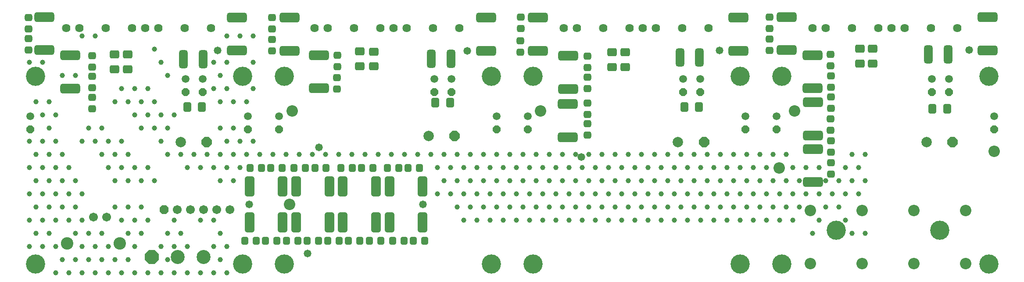
<source format=gts>
G04*
G04 #@! TF.GenerationSoftware,Altium Limited,Altium Designer,21.6.4 (81)*
G04*
G04 Layer_Color=8388736*
%FSLAX44Y44*%
%MOMM*%
G71*
G04*
G04 #@! TF.SameCoordinates,43C67DF6-979F-4C5B-9B03-454D23029C34*
G04*
G04*
G04 #@! TF.FilePolarity,Negative*
G04*
G01*
G75*
G04:AMPARAMS|DCode=15|XSize=3.9032mm|YSize=1.9032mm|CornerRadius=0.5266mm|HoleSize=0mm|Usage=FLASHONLY|Rotation=90.000|XOffset=0mm|YOffset=0mm|HoleType=Round|Shape=RoundedRectangle|*
%AMROUNDEDRECTD15*
21,1,3.9032,0.8500,0,0,90.0*
21,1,2.8500,1.9032,0,0,90.0*
1,1,1.0532,0.4250,1.4250*
1,1,1.0532,0.4250,-1.4250*
1,1,1.0532,-0.4250,-1.4250*
1,1,1.0532,-0.4250,1.4250*
%
%ADD15ROUNDEDRECTD15*%
G04:AMPARAMS|DCode=16|XSize=1.4032mm|YSize=1.5032mm|CornerRadius=0.4016mm|HoleSize=0mm|Usage=FLASHONLY|Rotation=90.000|XOffset=0mm|YOffset=0mm|HoleType=Round|Shape=RoundedRectangle|*
%AMROUNDEDRECTD16*
21,1,1.4032,0.7000,0,0,90.0*
21,1,0.6000,1.5032,0,0,90.0*
1,1,0.8032,0.3500,0.3000*
1,1,0.8032,0.3500,-0.3000*
1,1,0.8032,-0.3500,-0.3000*
1,1,0.8032,-0.3500,0.3000*
%
%ADD16ROUNDEDRECTD16*%
G04:AMPARAMS|DCode=17|XSize=3.5032mm|YSize=1.7032mm|CornerRadius=0.4766mm|HoleSize=0mm|Usage=FLASHONLY|Rotation=90.000|XOffset=0mm|YOffset=0mm|HoleType=Round|Shape=RoundedRectangle|*
%AMROUNDEDRECTD17*
21,1,3.5032,0.7500,0,0,90.0*
21,1,2.5500,1.7032,0,0,90.0*
1,1,0.9532,0.3750,1.2750*
1,1,0.9532,0.3750,-1.2750*
1,1,0.9532,-0.3750,-1.2750*
1,1,0.9532,-0.3750,1.2750*
%
%ADD17ROUNDEDRECTD17*%
G04:AMPARAMS|DCode=18|XSize=1.4032mm|YSize=1.5032mm|CornerRadius=0.4016mm|HoleSize=0mm|Usage=FLASHONLY|Rotation=180.000|XOffset=0mm|YOffset=0mm|HoleType=Round|Shape=RoundedRectangle|*
%AMROUNDEDRECTD18*
21,1,1.4032,0.7000,0,0,180.0*
21,1,0.6000,1.5032,0,0,180.0*
1,1,0.8032,-0.3000,0.3500*
1,1,0.8032,0.3000,0.3500*
1,1,0.8032,0.3000,-0.3500*
1,1,0.8032,-0.3000,-0.3500*
%
%ADD18ROUNDEDRECTD18*%
G04:AMPARAMS|DCode=19|XSize=3.9032mm|YSize=1.9032mm|CornerRadius=0.5266mm|HoleSize=0mm|Usage=FLASHONLY|Rotation=180.000|XOffset=0mm|YOffset=0mm|HoleType=Round|Shape=RoundedRectangle|*
%AMROUNDEDRECTD19*
21,1,3.9032,0.8500,0,0,180.0*
21,1,2.8500,1.9032,0,0,180.0*
1,1,1.0532,-1.4250,0.4250*
1,1,1.0532,1.4250,0.4250*
1,1,1.0532,1.4250,-0.4250*
1,1,1.0532,-1.4250,-0.4250*
%
%ADD19ROUNDEDRECTD19*%
G04:AMPARAMS|DCode=20|XSize=1.9032mm|YSize=1.6032mm|CornerRadius=0.4516mm|HoleSize=0mm|Usage=FLASHONLY|Rotation=180.000|XOffset=0mm|YOffset=0mm|HoleType=Round|Shape=RoundedRectangle|*
%AMROUNDEDRECTD20*
21,1,1.9032,0.7000,0,0,180.0*
21,1,1.0000,1.6032,0,0,180.0*
1,1,0.9032,-0.5000,0.3500*
1,1,0.9032,0.5000,0.3500*
1,1,0.9032,0.5000,-0.3500*
1,1,0.9032,-0.5000,-0.3500*
%
%ADD20ROUNDEDRECTD20*%
G04:AMPARAMS|DCode=21|XSize=1.9032mm|YSize=1.6032mm|CornerRadius=0.4516mm|HoleSize=0mm|Usage=FLASHONLY|Rotation=90.000|XOffset=0mm|YOffset=0mm|HoleType=Round|Shape=RoundedRectangle|*
%AMROUNDEDRECTD21*
21,1,1.9032,0.7000,0,0,90.0*
21,1,1.0000,1.6032,0,0,90.0*
1,1,0.9032,0.3500,0.5000*
1,1,0.9032,0.3500,-0.5000*
1,1,0.9032,-0.3500,-0.5000*
1,1,0.9032,-0.3500,0.5000*
%
%ADD21ROUNDEDRECTD21*%
%ADD22C,1.6256*%
%ADD23C,2.2032*%
%ADD24P,2.1683X8X202.5*%
%ADD25C,2.0032*%
%ADD26C,1.7032*%
%ADD27P,1.8435X8X202.5*%
%ADD28C,2.4032*%
%ADD29P,1.6271X8X292.5*%
%ADD30C,1.5032*%
%ADD31C,3.7032*%
%ADD32P,2.9259X8X22.5*%
%ADD33C,2.7032*%
%ADD34C,1.0032*%
%ADD35C,1.4732*%
D15*
X448000Y-345000D02*
D03*
X512000D02*
D03*
X628000Y-415000D02*
D03*
X692000D02*
D03*
X538000D02*
D03*
X602000D02*
D03*
X718000D02*
D03*
X782000D02*
D03*
Y-345000D02*
D03*
X718000D02*
D03*
X538000D02*
D03*
X602000D02*
D03*
X512000Y-415000D02*
D03*
X448000D02*
D03*
X628000Y-345000D02*
D03*
X692000D02*
D03*
D16*
X144526Y-154510D02*
D03*
Y-132510D02*
D03*
X144272Y-92632D02*
D03*
Y-114632D02*
D03*
X144526Y-194974D02*
D03*
Y-172974D02*
D03*
X1100000Y-206000D02*
D03*
Y-184000D02*
D03*
Y-246000D02*
D03*
Y-224000D02*
D03*
X1569974Y-321212D02*
D03*
Y-299212D02*
D03*
X1569720Y-279478D02*
D03*
Y-257478D02*
D03*
X1569466Y-236884D02*
D03*
Y-214884D02*
D03*
X1569974Y-194896D02*
D03*
Y-172896D02*
D03*
X1569720Y-153748D02*
D03*
Y-131748D02*
D03*
X1569466Y-112600D02*
D03*
Y-90600D02*
D03*
X1451610Y-82882D02*
D03*
Y-60882D02*
D03*
X1451356Y-40718D02*
D03*
Y-18718D02*
D03*
X1100000Y-156000D02*
D03*
Y-134000D02*
D03*
Y-116000D02*
D03*
Y-94000D02*
D03*
X971042Y-86438D02*
D03*
Y-64438D02*
D03*
X971550Y-40718D02*
D03*
Y-18718D02*
D03*
X616458Y-157050D02*
D03*
Y-135050D02*
D03*
X617728Y-114456D02*
D03*
Y-92456D02*
D03*
X491744Y-83390D02*
D03*
Y-61390D02*
D03*
Y-41558D02*
D03*
Y-19558D02*
D03*
X21664Y-82114D02*
D03*
Y-60114D02*
D03*
X21918Y-41220D02*
D03*
Y-19220D02*
D03*
D17*
X358344Y-100076D02*
D03*
X320344D02*
D03*
X1757934Y-90678D02*
D03*
X1795934D02*
D03*
X798626Y-98806D02*
D03*
X836626D02*
D03*
X1278432Y-96266D02*
D03*
X1316432D02*
D03*
D18*
X541000Y-450000D02*
D03*
X519000D02*
D03*
X501000D02*
D03*
X479000D02*
D03*
X461000D02*
D03*
X439000D02*
D03*
X511000Y-310000D02*
D03*
X489000D02*
D03*
X471000D02*
D03*
X449000D02*
D03*
X621000Y-450000D02*
D03*
X599000D02*
D03*
X701000D02*
D03*
X679000D02*
D03*
X661000D02*
D03*
X639000D02*
D03*
X581000D02*
D03*
X559000D02*
D03*
X776000Y-310000D02*
D03*
X754000D02*
D03*
X746000Y-450000D02*
D03*
X724000D02*
D03*
X786000D02*
D03*
X764000D02*
D03*
X736000Y-310000D02*
D03*
X714000D02*
D03*
X556000D02*
D03*
X534000D02*
D03*
X596000D02*
D03*
X574000D02*
D03*
X646000D02*
D03*
X624000D02*
D03*
X664000D02*
D03*
X686000D02*
D03*
D19*
X1535000Y-183000D02*
D03*
Y-247000D02*
D03*
Y-273000D02*
D03*
Y-337000D02*
D03*
X102108Y-92206D02*
D03*
Y-156206D02*
D03*
X52070Y-18034D02*
D03*
Y-82034D02*
D03*
X423926Y-83058D02*
D03*
Y-19058D02*
D03*
X1872488Y-82796D02*
D03*
Y-18796D02*
D03*
X1534922Y-155948D02*
D03*
Y-91948D02*
D03*
X1484376Y-82288D02*
D03*
Y-18288D02*
D03*
X525272Y-83566D02*
D03*
Y-19566D02*
D03*
X904240Y-83566D02*
D03*
Y-19566D02*
D03*
X1062374Y-250186D02*
D03*
Y-186186D02*
D03*
X1062736Y-156964D02*
D03*
Y-92964D02*
D03*
X1391158Y-83308D02*
D03*
Y-19308D02*
D03*
X1004570Y-83308D02*
D03*
Y-19308D02*
D03*
X582168Y-155694D02*
D03*
Y-91694D02*
D03*
D20*
X1650746Y-107976D02*
D03*
Y-79476D02*
D03*
X1625600D02*
D03*
Y-107976D02*
D03*
X212852Y-90652D02*
D03*
Y-119152D02*
D03*
X661162Y-84836D02*
D03*
Y-113336D02*
D03*
X687578Y-113564D02*
D03*
Y-85064D02*
D03*
X187706Y-90398D02*
D03*
Y-118898D02*
D03*
X1173226Y-114580D02*
D03*
Y-86080D02*
D03*
X1147826D02*
D03*
Y-114580D02*
D03*
D21*
X1794250Y-195000D02*
D03*
X1765750D02*
D03*
X835178Y-183896D02*
D03*
X806678D02*
D03*
X356134Y-192278D02*
D03*
X327634D02*
D03*
X1315492Y-192024D02*
D03*
X1286992D02*
D03*
D22*
X1814068Y-39878D02*
D03*
X1763268D02*
D03*
X1712468D02*
D03*
X1687068D02*
D03*
X1661668D02*
D03*
X1610868D02*
D03*
X1560068D02*
D03*
X1534668D02*
D03*
X1333500D02*
D03*
X1282700D02*
D03*
X1231900D02*
D03*
X1206500D02*
D03*
X1181100D02*
D03*
X1130300D02*
D03*
X1079500D02*
D03*
X1054100D02*
D03*
X373888D02*
D03*
X323088D02*
D03*
X272288D02*
D03*
X246888D02*
D03*
X221488D02*
D03*
X170688D02*
D03*
X119888D02*
D03*
X94488D02*
D03*
X573786D02*
D03*
X599186D02*
D03*
X649986D02*
D03*
X700786D02*
D03*
X726186D02*
D03*
X751586D02*
D03*
X802386D02*
D03*
X853186D02*
D03*
D23*
X1470000Y-310000D02*
D03*
X1500000Y-200000D02*
D03*
X1885000Y-277500D02*
D03*
X1010000Y-200000D02*
D03*
X530000D02*
D03*
X1830000Y-392000D02*
D03*
X1730000D02*
D03*
X1830000Y-494000D02*
D03*
X1730000D02*
D03*
X1630000Y-392000D02*
D03*
X1530000D02*
D03*
X1630000Y-494000D02*
D03*
X1530000D02*
D03*
X525000Y-380000D02*
D03*
D24*
X1325000Y-260000D02*
D03*
X1805000D02*
D03*
X843896Y-247650D02*
D03*
X365000Y-260000D02*
D03*
D25*
X1275000D02*
D03*
X1755000D02*
D03*
X793896Y-247650D02*
D03*
X315000Y-260000D02*
D03*
D26*
X410210Y-390398D02*
D03*
X384810D02*
D03*
X359410D02*
D03*
X334010D02*
D03*
X308610D02*
D03*
X146700Y-404200D02*
D03*
X172100D02*
D03*
D27*
X283210Y-390398D02*
D03*
D28*
X95900Y-455000D02*
D03*
X197500D02*
D03*
D29*
X1465000Y-235400D02*
D03*
X1765000Y-162900D02*
D03*
X1797500D02*
D03*
X1885000Y-235400D02*
D03*
X985000Y-235400D02*
D03*
X1285000Y-162900D02*
D03*
X1317500D02*
D03*
X1405000Y-235400D02*
D03*
X505000D02*
D03*
X805000Y-162900D02*
D03*
X837500D02*
D03*
X925000Y-235400D02*
D03*
X325000Y-162900D02*
D03*
X357500Y-162900D02*
D03*
X445000Y-235400D02*
D03*
X25000D02*
D03*
D30*
X1465000Y-210000D02*
D03*
X1765000Y-137500D02*
D03*
X1797500D02*
D03*
X1885000Y-210000D02*
D03*
X985000Y-210000D02*
D03*
X1285000Y-137500D02*
D03*
X1317500D02*
D03*
X1405000Y-210000D02*
D03*
X505000D02*
D03*
X805000Y-137500D02*
D03*
X837500D02*
D03*
X925000Y-210000D02*
D03*
X325000Y-137500D02*
D03*
X357500Y-137500D02*
D03*
X445000Y-210000D02*
D03*
X25000D02*
D03*
D31*
X1780000Y-430000D02*
D03*
X1580000D02*
D03*
X1875000Y-132500D02*
D03*
X1475000D02*
D03*
X1395000Y-132500D02*
D03*
X995000D02*
D03*
X915000D02*
D03*
X515000D02*
D03*
X435000Y-132500D02*
D03*
X1875000Y-495000D02*
D03*
X435000D02*
D03*
X1475000Y-495000D02*
D03*
X515000Y-495000D02*
D03*
X915000D02*
D03*
X35000D02*
D03*
X1395000D02*
D03*
X995000D02*
D03*
X35000Y-132500D02*
D03*
D32*
X259753Y-481457D02*
D03*
D33*
X309753D02*
D03*
X359753D02*
D03*
D34*
X1636100Y-283200D02*
D03*
X1623400Y-308600D02*
D03*
X1636100Y-334000D02*
D03*
X1623400Y-359400D02*
D03*
X1636100Y-435600D02*
D03*
X1610700Y-283200D02*
D03*
X1598000Y-308600D02*
D03*
X1610700Y-334000D02*
D03*
X1598000Y-359400D02*
D03*
Y-410200D02*
D03*
X1610700Y-435600D02*
D03*
X1585300Y-334000D02*
D03*
X1572600Y-359400D02*
D03*
X1585300Y-384800D02*
D03*
X1547200Y-308600D02*
D03*
X1559900Y-334000D02*
D03*
X1547200Y-359400D02*
D03*
X1559900Y-384800D02*
D03*
X1547200Y-410200D02*
D03*
X1521800Y-308600D02*
D03*
Y-359400D02*
D03*
X1534500Y-435600D02*
D03*
X1496400Y-308600D02*
D03*
X1509100Y-334000D02*
D03*
X1496400Y-359400D02*
D03*
X1509100Y-384800D02*
D03*
X1496400Y-410200D02*
D03*
X1483700Y-283200D02*
D03*
X1471000Y-308600D02*
D03*
X1483700Y-334000D02*
D03*
X1471000Y-359400D02*
D03*
X1483700Y-384800D02*
D03*
X1471000Y-410200D02*
D03*
X1458300Y-283200D02*
D03*
X1445600Y-308600D02*
D03*
X1458300Y-334000D02*
D03*
X1445600Y-359400D02*
D03*
X1458300Y-384800D02*
D03*
X1445600Y-410200D02*
D03*
X1432900Y-283200D02*
D03*
X1420200Y-308600D02*
D03*
X1432900Y-334000D02*
D03*
X1420200Y-359400D02*
D03*
X1432900Y-384800D02*
D03*
X1420200Y-410200D02*
D03*
X1407500Y-283200D02*
D03*
X1394800Y-308600D02*
D03*
X1407500Y-334000D02*
D03*
X1394800Y-359400D02*
D03*
X1407500Y-384800D02*
D03*
X1394800Y-410200D02*
D03*
X1382100Y-283200D02*
D03*
X1369400Y-308600D02*
D03*
X1382100Y-334000D02*
D03*
X1369400Y-359400D02*
D03*
X1382100Y-384800D02*
D03*
X1369400Y-410200D02*
D03*
X1356700Y-283200D02*
D03*
X1344000Y-308600D02*
D03*
X1356700Y-334000D02*
D03*
X1344000Y-359400D02*
D03*
X1356700Y-384800D02*
D03*
X1344000Y-410200D02*
D03*
X1331300Y-283200D02*
D03*
X1318600Y-308600D02*
D03*
X1331300Y-334000D02*
D03*
X1318600Y-359400D02*
D03*
X1331300Y-384800D02*
D03*
X1318600Y-410200D02*
D03*
X1305900Y-283200D02*
D03*
X1293200Y-308600D02*
D03*
X1305900Y-334000D02*
D03*
X1293200Y-359400D02*
D03*
X1305900Y-384800D02*
D03*
X1293200Y-410200D02*
D03*
X1280500Y-283200D02*
D03*
X1267800Y-308600D02*
D03*
X1280500Y-334000D02*
D03*
X1267800Y-359400D02*
D03*
X1280500Y-384800D02*
D03*
X1267800Y-410200D02*
D03*
X1255100Y-283200D02*
D03*
X1242400Y-308600D02*
D03*
X1255100Y-334000D02*
D03*
X1242400Y-359400D02*
D03*
X1255100Y-384800D02*
D03*
X1242400Y-410200D02*
D03*
X1229700Y-283200D02*
D03*
X1217000Y-308600D02*
D03*
X1229700Y-334000D02*
D03*
X1217000Y-359400D02*
D03*
X1229700Y-384800D02*
D03*
X1217000Y-410200D02*
D03*
X1204300Y-283200D02*
D03*
X1191600Y-308600D02*
D03*
X1204300Y-334000D02*
D03*
X1191600Y-359400D02*
D03*
X1204300Y-384800D02*
D03*
X1191600Y-410200D02*
D03*
X1178900Y-283200D02*
D03*
X1166200Y-308600D02*
D03*
X1178900Y-334000D02*
D03*
X1166200Y-359400D02*
D03*
X1178900Y-384800D02*
D03*
X1166200Y-410200D02*
D03*
X1153500Y-283200D02*
D03*
X1140800Y-308600D02*
D03*
X1153500Y-334000D02*
D03*
X1140800Y-359400D02*
D03*
X1153500Y-384800D02*
D03*
X1140800Y-410200D02*
D03*
X1128100Y-283200D02*
D03*
X1115400Y-308600D02*
D03*
X1128100Y-334000D02*
D03*
X1115400Y-359400D02*
D03*
X1128100Y-384800D02*
D03*
X1115400Y-410200D02*
D03*
X1102700Y-283200D02*
D03*
X1090000Y-308600D02*
D03*
X1102700Y-334000D02*
D03*
X1090000Y-359400D02*
D03*
X1102700Y-384800D02*
D03*
X1090000Y-410200D02*
D03*
X1077300Y-283200D02*
D03*
X1064600Y-308600D02*
D03*
X1077300Y-334000D02*
D03*
X1064600Y-359400D02*
D03*
X1077300Y-384800D02*
D03*
X1064600Y-410200D02*
D03*
X1051900Y-283200D02*
D03*
X1039200Y-308600D02*
D03*
X1051900Y-334000D02*
D03*
X1039200Y-359400D02*
D03*
X1051900Y-384800D02*
D03*
X1039200Y-410200D02*
D03*
X1026500Y-283200D02*
D03*
X1013800Y-308600D02*
D03*
X1026500Y-334000D02*
D03*
X1013800Y-359400D02*
D03*
X1026500Y-384800D02*
D03*
X1013800Y-410200D02*
D03*
X1001100Y-283200D02*
D03*
X988400Y-308600D02*
D03*
X1001100Y-334000D02*
D03*
X988400Y-359400D02*
D03*
X1001100Y-384800D02*
D03*
X988400Y-410200D02*
D03*
X975700Y-283200D02*
D03*
X963000Y-308600D02*
D03*
X975700Y-334000D02*
D03*
X963000Y-359400D02*
D03*
X975700Y-384800D02*
D03*
X963000Y-410200D02*
D03*
X950300Y-283200D02*
D03*
X937600Y-308600D02*
D03*
X950300Y-334000D02*
D03*
X937600Y-359400D02*
D03*
X950300Y-384800D02*
D03*
X937600Y-410200D02*
D03*
X924900Y-283200D02*
D03*
X912200Y-308600D02*
D03*
X924900Y-334000D02*
D03*
X912200Y-359400D02*
D03*
X924900Y-384800D02*
D03*
X912200Y-410200D02*
D03*
X899500Y-283200D02*
D03*
X886800Y-308600D02*
D03*
X899500Y-334000D02*
D03*
X886800Y-359400D02*
D03*
X899500Y-384800D02*
D03*
X886800Y-410200D02*
D03*
X874100Y-283200D02*
D03*
X861400Y-308600D02*
D03*
X874100Y-334000D02*
D03*
X861400Y-359400D02*
D03*
X874100Y-384800D02*
D03*
X861400Y-410200D02*
D03*
X848700Y-283200D02*
D03*
X836000Y-308600D02*
D03*
X848700Y-334000D02*
D03*
X836000Y-359400D02*
D03*
X848700Y-384800D02*
D03*
X823300Y-283200D02*
D03*
X810600Y-308600D02*
D03*
X823300Y-334000D02*
D03*
X810600Y-359400D02*
D03*
X797900Y-283200D02*
D03*
X772500D02*
D03*
X747100D02*
D03*
X721700D02*
D03*
X696300D02*
D03*
X670900D02*
D03*
X645500D02*
D03*
X620100D02*
D03*
X594700D02*
D03*
X569300D02*
D03*
X543900D02*
D03*
X518500D02*
D03*
X493100D02*
D03*
X455000Y-54600D02*
D03*
Y-105400D02*
D03*
Y-156200D02*
D03*
Y-257800D02*
D03*
X467700Y-283200D02*
D03*
X429600Y-54600D02*
D03*
X442300Y-181600D02*
D03*
X429600Y-257800D02*
D03*
X442300Y-283200D02*
D03*
X429600Y-308600D02*
D03*
X404200Y-54600D02*
D03*
Y-105400D02*
D03*
Y-156200D02*
D03*
X416900Y-181600D02*
D03*
Y-232400D02*
D03*
X404200Y-257800D02*
D03*
X416900Y-283200D02*
D03*
X404200Y-308600D02*
D03*
X416900Y-334000D02*
D03*
X404200Y-461000D02*
D03*
Y-511800D02*
D03*
X378800Y-105400D02*
D03*
X391500Y-130800D02*
D03*
X378800Y-156200D02*
D03*
X391500Y-181600D02*
D03*
Y-232400D02*
D03*
Y-283200D02*
D03*
X378800Y-308600D02*
D03*
X391500Y-334000D02*
D03*
X378800Y-410200D02*
D03*
X391500Y-435600D02*
D03*
X378800Y-461000D02*
D03*
X391500Y-486400D02*
D03*
X378800Y-511800D02*
D03*
X366100Y-283200D02*
D03*
X353400Y-308600D02*
D03*
Y-410200D02*
D03*
Y-511800D02*
D03*
X340700Y-283200D02*
D03*
X328000Y-308600D02*
D03*
Y-461000D02*
D03*
Y-511800D02*
D03*
X302600Y-207000D02*
D03*
X315300Y-283200D02*
D03*
X302600Y-410200D02*
D03*
X315300Y-435600D02*
D03*
X302600Y-461000D02*
D03*
Y-511800D02*
D03*
X277200Y-105400D02*
D03*
X289900Y-130800D02*
D03*
X277200Y-207000D02*
D03*
X289900Y-232400D02*
D03*
X277200Y-257800D02*
D03*
X289900Y-283200D02*
D03*
Y-435600D02*
D03*
X277200Y-461000D02*
D03*
X289900Y-486400D02*
D03*
X277200Y-511800D02*
D03*
X264500Y-80000D02*
D03*
X251800Y-156200D02*
D03*
X264500Y-181600D02*
D03*
X251800Y-207000D02*
D03*
X264500Y-232400D02*
D03*
X251800Y-308600D02*
D03*
X264500Y-334000D02*
D03*
X251800Y-410200D02*
D03*
Y-511800D02*
D03*
X226400Y-156200D02*
D03*
X239100Y-181600D02*
D03*
X226400Y-207000D02*
D03*
X239100Y-232400D02*
D03*
X226400Y-308600D02*
D03*
X239100Y-334000D02*
D03*
Y-384800D02*
D03*
X226400Y-410200D02*
D03*
X239100Y-435600D02*
D03*
X226400Y-461000D02*
D03*
Y-511800D02*
D03*
X201000Y-156200D02*
D03*
X213700Y-181600D02*
D03*
X201000Y-257800D02*
D03*
X213700Y-283200D02*
D03*
X201000Y-308600D02*
D03*
X213700Y-334000D02*
D03*
Y-384800D02*
D03*
X201000Y-410200D02*
D03*
X213700Y-435600D02*
D03*
Y-486400D02*
D03*
X201000Y-511800D02*
D03*
X188300Y-181600D02*
D03*
X175600Y-257800D02*
D03*
X188300Y-283200D02*
D03*
X175600Y-308600D02*
D03*
X188300Y-334000D02*
D03*
Y-384800D02*
D03*
X175600Y-461000D02*
D03*
X188300Y-486400D02*
D03*
X175600Y-511800D02*
D03*
X150200Y-54600D02*
D03*
X162900Y-232400D02*
D03*
X150200Y-257800D02*
D03*
X162900Y-283200D02*
D03*
Y-435600D02*
D03*
X150200Y-461000D02*
D03*
X162900Y-486400D02*
D03*
X150200Y-511800D02*
D03*
X124800Y-54600D02*
D03*
X137500Y-232400D02*
D03*
X124800Y-257800D02*
D03*
Y-359400D02*
D03*
Y-410200D02*
D03*
X137500Y-435600D02*
D03*
X124800Y-461000D02*
D03*
X137500Y-486400D02*
D03*
X124800Y-511800D02*
D03*
X112100Y-130800D02*
D03*
X99400Y-308600D02*
D03*
X112100Y-334000D02*
D03*
X99400Y-359400D02*
D03*
X112100Y-384800D02*
D03*
X99400Y-410200D02*
D03*
X112100Y-435600D02*
D03*
Y-486400D02*
D03*
X99400Y-511800D02*
D03*
X86700Y-130800D02*
D03*
X74000Y-207000D02*
D03*
Y-257800D02*
D03*
X86700Y-283200D02*
D03*
X74000Y-308600D02*
D03*
X86700Y-334000D02*
D03*
X74000Y-359400D02*
D03*
X86700Y-384800D02*
D03*
X74000Y-410200D02*
D03*
Y-461000D02*
D03*
X86700Y-486400D02*
D03*
X74000Y-511800D02*
D03*
X48600Y-105400D02*
D03*
X61300Y-181600D02*
D03*
X48600Y-207000D02*
D03*
X61300Y-232400D02*
D03*
X48600Y-257800D02*
D03*
X61300Y-283200D02*
D03*
X48600Y-308600D02*
D03*
X61300Y-334000D02*
D03*
X48600Y-359400D02*
D03*
X61300Y-384800D02*
D03*
X48600Y-410200D02*
D03*
X61300Y-435600D02*
D03*
X48600Y-461000D02*
D03*
X23200Y-105400D02*
D03*
X35900Y-181600D02*
D03*
X23200Y-257800D02*
D03*
X35900Y-283200D02*
D03*
X23200Y-308600D02*
D03*
X35900Y-334000D02*
D03*
X23200Y-359400D02*
D03*
X35900Y-384800D02*
D03*
X23200Y-410200D02*
D03*
X35900Y-435600D02*
D03*
X23200Y-461000D02*
D03*
D35*
X1355086Y-82804D02*
D03*
X782500Y-380000D02*
D03*
X560000Y-475000D02*
D03*
X447500Y-380000D02*
D03*
X1088390Y-288290D02*
D03*
X582168Y-270256D02*
D03*
X1836670Y-82292D02*
D03*
X868422Y-83566D02*
D03*
X386584Y-83058D02*
D03*
M02*

</source>
